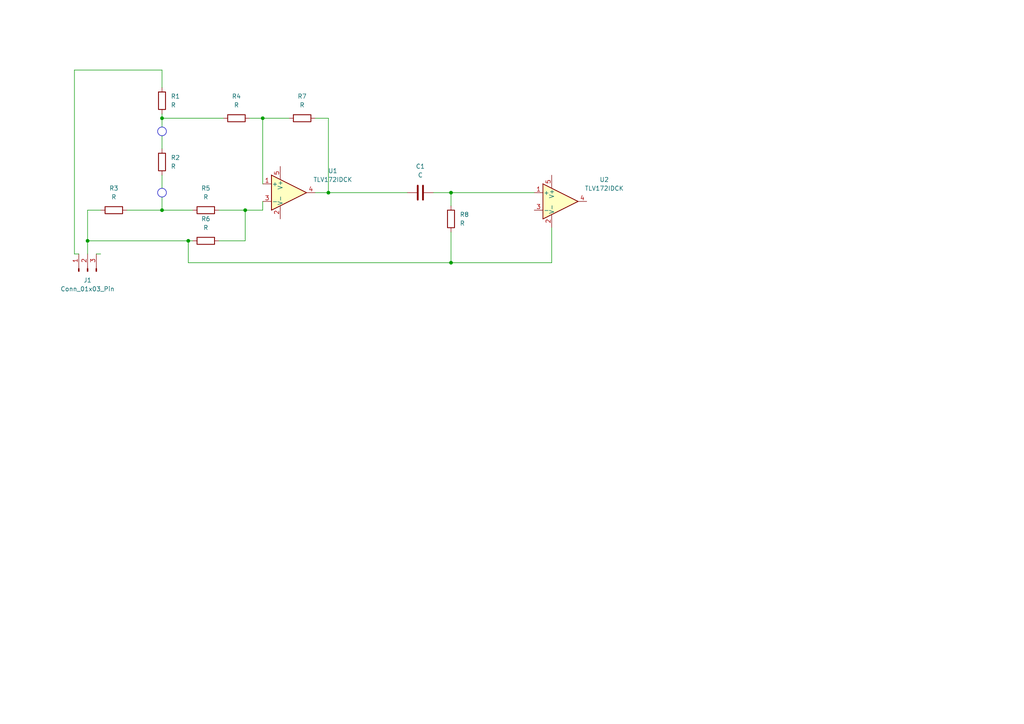
<source format=kicad_sch>
(kicad_sch (version 20231120) (generator "eeschema") (generator_version "8.0")
  (paper "A4")
  (lib_symbols
    (symbol "Amplifier_Operational:TLV172IDCK" (pin_names (offset 0.127))
      (property "Reference" "U" (at 7.62 2.54 0))
      (property "Value" "TLV172IDCK" (at 11.43 -2.54 0))
      (symbol "TLV172IDCK_0_1"
        (polyline (pts (xy -2.54 5.08) (xy -2.54 -5.08) (xy 7.62 0) (xy -2.54 5.08)) (stroke (width 0.254)) (fill (type background)))
      )
      (symbol "TLV172IDCK_1_1"
        (pin input line (at -5.08 2.54 0) (length 2.54) (name "+") (number "1"))
        (pin power_in line (at 0 -7.62 90) (length 3.81) (name "V-") (number "2"))
        (pin input line (at -5.08 -2.54 0) (length 2.54) (name "-") (number "3"))
        (pin output line (at 10.16 0 180) (length 2.54) (name "~") (number "4"))
        (pin power_in line (at 0 7.62 270) (length 3.81) (name "V+") (number "5"))
      )
    )
    (symbol "Connector:Conn_01x03_Pin" (pin_names (offset 1.016) hide)
      (property "Reference" "J" (at 0 5.08 0))
      (property "Value" "Conn_01x03_Pin" (at 0 -5.08 0))
      (symbol "Conn_01x03_Pin_1_1"
        (polyline (pts (xy 1.27 -2.54) (xy 0.8636 -2.54)) (stroke (width 0.1524)))
        (polyline (pts (xy 1.27 0) (xy 0.8636 0)) (stroke (width 0.1524)))
        (polyline (pts (xy 1.27 2.54) (xy 0.8636 2.54)) (stroke (width 0.1524)))
        (rectangle (start 0.8636 -2.413) (end 0 -2.667) (stroke (width 0.1524)) (fill (type outline)))
        (rectangle (start 0.8636 0.127) (end 0 -0.127) (stroke (width 0.1524)) (fill (type outline)))
        (rectangle (start 0.8636 2.667) (end 0 2.413) (stroke (width 0.1524)) (fill (type outline)))
        (pin passive line (at 5.08 2.54 180) (length 3.81) (name "Pin_1") (number "1"))
        (pin passive line (at 5.08 0 180) (length 3.81) (name "Pin_2") (number "2"))
        (pin passive line (at 5.08 -2.54 180) (length 3.81) (name "Pin_3") (number "3"))
      )
    )
    (symbol "Device:C" (pin_numbers hide) (pin_names (offset 0.254))
      (property "Reference" "C" (at 0.635 2.54 0))
      (property "Value" "C" (at 0.635 -2.54 0))
      (symbol "C_0_1"
        (polyline (pts (xy -2.032 -0.762) (xy 2.032 -0.762)) (stroke (width 0.508)))
        (polyline (pts (xy -2.032 0.762) (xy 2.032 0.762)) (stroke (width 0.508)))
      )
      (symbol "C_1_1"
        (pin passive line (at 0 3.81 270) (length 2.794) (name "~") (number "1"))
        (pin passive line (at 0 -3.81 90) (length 2.794) (name "~") (number "2"))
      )
    )
    (symbol "Device:R" (pin_numbers hide) (pin_names (offset 0))
      (property "Reference" "R" (at 2.032 0 90))
      (property "Value" "R" (at 0 0 90))
      (symbol "R_0_1"
        (rectangle (start -1.016 -2.54) (end 1.016 2.54) (stroke (width 0.254)))
      )
      (symbol "R_1_1"
        (pin passive line (at 0 3.81 270) (length 1.27) (name "~") (number "1"))
        (pin passive line (at 0 -3.81 90) (length 1.27) (name "~") (number "2"))
      )
    )
  )
  (junction (at 76.2 34.29))
  (junction (at 130.81 76.2))
  (junction (at 46.99 60.96))
  (junction (at 95.25 55.88))
  (junction (at 25.4 69.85))
  (junction (at 71.12 60.96))
  (junction (at 54.61 69.85))
  (junction (at 130.81 55.88))
  (junction (at 46.99 34.29))
  (wire (pts (xy 76.2 34.29) (xy 76.2 53.34)))
  (wire (pts (xy 71.12 60.96) (xy 71.12 69.85)))
  (wire (pts (xy 21.59 20.32) (xy 46.99 20.32)))
  (wire (pts (xy 25.4 69.85) (xy 25.4 73.66)))
  (wire (pts (xy 76.2 34.29) (xy 83.82 34.29)))
  (wire (pts (xy 54.61 69.85) (xy 55.88 69.85)))
  (wire (pts (xy 71.12 60.96) (xy 76.2 60.96)))
  (wire (pts (xy 130.81 55.88) (xy 154.94 55.88)))
  (wire (pts (xy 21.59 20.32) (xy 21.59 73.66)))
  (wire (pts (xy 27.94 73.66) (xy 29.21 73.66)))
  (wire (pts (xy 130.81 55.88) (xy 130.81 59.69)))
  (wire (pts (xy 95.25 34.29) (xy 95.25 55.88)))
  (wire (pts (xy 71.12 69.85) (xy 63.5 69.85)))
  (wire (pts (xy 46.99 57.15) (xy 46.99 60.96)))
  (wire (pts (xy 21.59 73.66) (xy 22.86 73.66)))
  (wire (pts (xy 46.99 20.32) (xy 46.99 25.4)))
  (wire (pts (xy 25.4 69.85) (xy 54.61 69.85)))
  (wire (pts (xy 130.81 76.2) (xy 130.81 67.31)))
  (wire (pts (xy 54.61 76.2) (xy 130.81 76.2)))
  (wire (pts (xy 125.73 55.88) (xy 130.81 55.88)))
  (wire (pts (xy 46.99 34.29) (xy 46.99 36.83)))
  (wire (pts (xy 29.21 60.96) (xy 25.4 60.96)))
  (wire (pts (xy 63.5 60.96) (xy 71.12 60.96)))
  (wire (pts (xy 160.02 76.2) (xy 130.81 76.2)))
  (wire (pts (xy 76.2 58.42) (xy 76.2 60.96)))
  (wire (pts (xy 95.25 55.88) (xy 118.11 55.88)))
  (wire (pts (xy 160.02 66.04) (xy 160.02 76.2)))
  (wire (pts (xy 91.44 55.88) (xy 95.25 55.88)))
  (wire (pts (xy 91.44 34.29) (xy 95.25 34.29)))
  (wire (pts (xy 72.39 34.29) (xy 76.2 34.29)))
  (wire (pts (xy 46.99 50.8) (xy 46.99 54.61)))
  (wire (pts (xy 46.99 34.29) (xy 64.77 34.29)))
  (wire (pts (xy 54.61 69.85) (xy 54.61 76.2)))
  (wire (pts (xy 25.4 60.96) (xy 25.4 69.85)))
  (wire (pts (xy 46.99 33.02) (xy 46.99 34.29)))
  (wire (pts (xy 46.99 60.96) (xy 55.88 60.96)))
  (wire (pts (xy 36.83 60.96) (xy 46.99 60.96)))
  (wire (pts (xy 46.99 39.37) (xy 46.99 43.18)))
  (circle (center 46.99 38.1) (radius 1.27))
  (circle (center 46.99 55.88) (radius 1.27))
  (symbol (lib_id "Amplifier_Operational:TLV172IDCK") (at 160.02 58.42 0) (unit 1)
    (property "Reference" "U2" (at 175.26 52.1014 0))
    (property "Value" "TLV172IDCK" (at 175.26 54.6414 0))
    (property "Footprint" "Package_TO_SOT_SMD:SOT-353_SC-70-5" (effects (hide yes)))
    (property "Datasheet" "http://www.ti.com/lit/ds/symlink/tlv172.pdf" (effects (hide yes)))
    (property "Description" "Low-power Operational Amplifier, SOT-353" (effects (hide yes)))
  )
  (symbol (lib_id "Connector:Conn_01x03_Pin") (at 25.4 78.74 90) (unit 1)
    (property "Reference" "J1" (at 25.4 81.28 90))
    (property "Value" "Conn_01x03_Pin" (at 25.4 83.82 90))
    (property "Description" "Generic connector, single row, 01x03, script generated" (effects (hide yes)))
  )
  (symbol (lib_id "Device:R") (at 46.99 29.21 0) (unit 1)
    (property "Reference" "R1" (at 49.53 27.9399 0) (effects (justify left)))
    (property "Value" "R" (at 49.53 30.4799 0) (effects (justify left)))
    (property "Description" "Resistor" (effects (hide yes)))
  )
  (symbol (lib_id "Device:R") (at 87.63 34.29 90) (unit 1)
    (property "Reference" "R7" (at 87.63 27.94 90))
    (property "Value" "R" (at 87.63 30.48 90))
    (property "Description" "Resistor" (effects (hide yes)))
  )
  (symbol (lib_id "Device:R") (at 33.02 60.96 90) (unit 1)
    (property "Reference" "R3" (at 33.02 54.61 90))
    (property "Value" "R" (at 33.02 57.15 90))
    (property "Description" "Resistor" (effects (hide yes)))
  )
  (symbol (lib_id "Device:R") (at 68.58 34.29 90) (unit 1)
    (property "Reference" "R4" (at 68.58 27.94 90))
    (property "Value" "R" (at 68.58 30.48 90))
    (property "Description" "Resistor" (effects (hide yes)))
  )
  (symbol (lib_id "Device:C") (at 121.92 55.88 90) (unit 1)
    (property "Reference" "C1" (at 121.92 48.26 90))
    (property "Value" "C" (at 121.92 50.8 90))
    (property "Description" "Unpolarized capacitor" (effects (hide yes)))
  )
  (symbol (lib_id "Device:R") (at 59.69 60.96 90) (unit 1)
    (property "Reference" "R5" (at 59.69 54.61 90))
    (property "Value" "R" (at 59.69 57.15 90))
    (property "Description" "Resistor" (effects (hide yes)))
  )
  (symbol (lib_id "Device:R") (at 130.81 63.5 0) (unit 1)
    (property "Reference" "R8" (at 133.35 62.2299 0) (effects (justify left)))
    (property "Value" "R" (at 133.35 64.7699 0) (effects (justify left)))
    (property "Description" "Resistor" (effects (hide yes)))
  )
  (symbol (lib_id "Device:R") (at 59.69 69.85 90) (unit 1)
    (property "Reference" "R6" (at 59.69 63.5 90))
    (property "Value" "R" (at 59.69 66.04 90))
    (property "Description" "Resistor" (effects (hide yes)))
  )
  (symbol (lib_id "Device:R") (at 46.99 46.99 0) (unit 1)
    (property "Reference" "R2" (at 49.53 45.7199 0) (effects (justify left)))
    (property "Value" "R" (at 49.53 48.2599 0) (effects (justify left)))
    (property "Description" "Resistor" (effects (hide yes)))
  )
  (symbol (lib_id "Amplifier_Operational:TLV172IDCK") (at 81.28 55.88 0) (unit 1)
    (property "Reference" "U1" (at 96.52 49.5614 0))
    (property "Value" "TLV172IDCK" (at 96.52 52.1014 0))
    (property "Footprint" "Package_TO_SOT_SMD:SOT-353_SC-70-5" (effects (hide yes)))
    (property "Datasheet" "http://www.ti.com/lit/ds/symlink/tlv172.pdf" (effects (hide yes)))
    (property "Description" "Low-power Operational Amplifier, SOT-353" (effects (hide yes)))
  )
)
</source>
